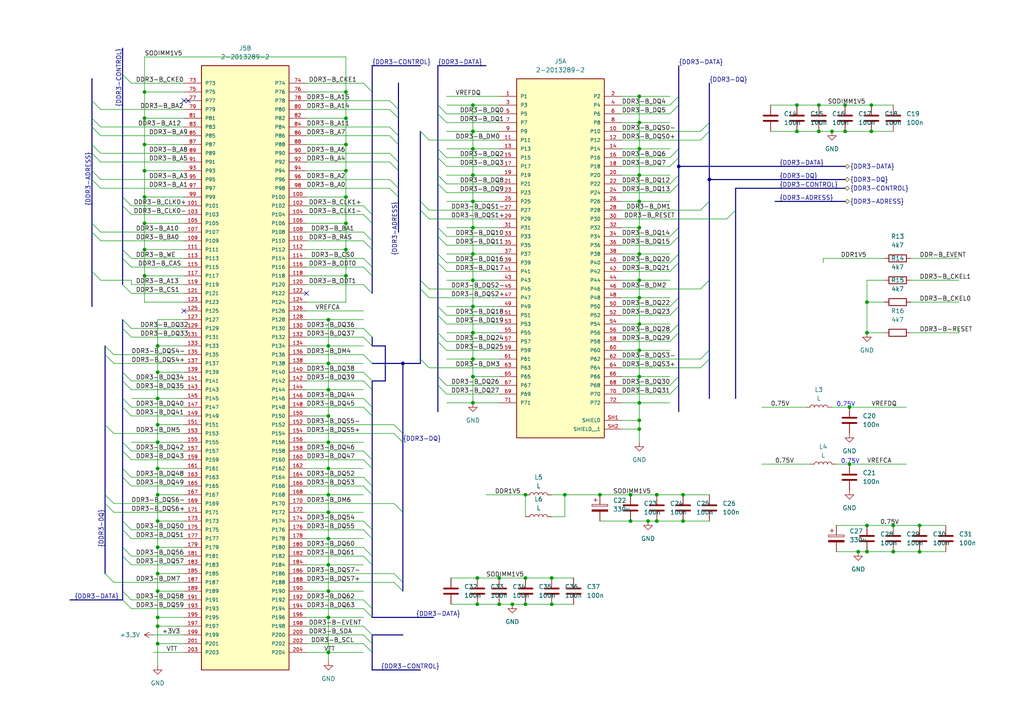
<source format=kicad_sch>
(kicad_sch (version 20231120) (generator "eeschema") (generator_version "8.0")
  (paper "A4")
  (bus_alias "DDR3-ADRESS" (members "DDR3-B_A[0..15]"))
  (bus_alias "DDR3-CONTROL" (members "DDR3-B_RAS" "DDR3-B_CAS" "DDR3-B_WE" "DDR3-B_RESET" "DDR3-B_SDA" "DDR3-B_SCL" "DDR3-B-EVENT" "DDR3-B_CS[0..1]" "DDR3-B_BA[0..2]" "DDR3-B_CKE[0..1]" "DDR3-B_ODT[0..1]" "DDR3-B_CLK0+" "DDR3-B_CLK0-" "DDR3-B_CLK1+" "DDR3-B_CLK1-"))
  (bus_alias "DDR3-DATA" (members "DDR3-B_DQ[0..63]"))
  (bus_alias "DDR3-DQ" (members "DDR3-B_DM[0..7]" "DDR3-B_DQS0+" "DDR3-B_DQS0-" "DDR3-B_DQS1+" "DDR3-B_DQS1-" "DDR3-B_DQS2+" "DDR3-B_DQS2-" "DDR3-B_DQS3+" "DDR3-B_DQS3-" "DDR3-B_DQS4+" "DDR3-B_DQS4-" "DDR3-B_DQS5+" "DDR3-B_DQS5-" "DDR3-B_DQS6+" "DDR3-B_DQS6-" "DDR3-B_DQS7+" "DDR3-B_DQS7-"))
  (junction (at 95.25 135.89))
  (junction (at 152.4 167.64))
  (junction (at 41.91 57.15))
  (junction (at 251.46 96.52))
  (junction (at 245.11 30.48))
  (junction (at 95.25 143.51))
  (junction (at 95.25 120.65))
  (junction (at 100.33 64.77))
  (junction (at 41.91 49.53))
  (junction (at 185.42 93.98))
  (junction (at 144.78 175.26))
  (junction (at 45.72 171.45))
  (junction (at 196.85 48.26))
  (junction (at 185.42 81.28))
  (junction (at 185.42 73.66))
  (junction (at 163.83 143.51))
  (junction (at 190.5 151.13))
  (junction (at 252.73 30.48))
  (junction (at 185.42 124.46))
  (junction (at 137.16 43.18))
  (junction (at 185.42 35.56))
  (junction (at 241.3 38.1))
  (junction (at 252.73 38.1))
  (junction (at 45.72 158.75))
  (junction (at 137.16 109.22))
  (junction (at 185.42 43.18))
  (junction (at 45.72 151.13))
  (junction (at 259.08 160.02))
  (junction (at 266.7 160.02))
  (junction (at 45.72 179.07))
  (junction (at 95.25 113.03))
  (junction (at 100.33 26.67))
  (junction (at 185.42 121.92))
  (junction (at 137.16 104.14))
  (junction (at 185.42 101.6))
  (junction (at 185.42 27.94))
  (junction (at 95.25 128.27))
  (junction (at 182.88 151.13))
  (junction (at 198.12 151.13))
  (junction (at 144.78 167.64))
  (junction (at 205.74 52.07))
  (junction (at 160.02 167.64))
  (junction (at 138.43 167.64))
  (junction (at 137.16 88.9))
  (junction (at 182.88 143.51))
  (junction (at 152.4 143.51))
  (junction (at 138.43 175.26))
  (junction (at 137.16 30.48))
  (junction (at 95.25 148.59))
  (junction (at 185.42 116.84))
  (junction (at 251.46 160.02))
  (junction (at 100.33 80.01))
  (junction (at 187.96 151.13))
  (junction (at 237.49 38.1))
  (junction (at 41.91 34.29))
  (junction (at 95.25 156.21))
  (junction (at 45.72 115.57))
  (junction (at 190.5 143.51))
  (junction (at 185.42 50.8))
  (junction (at 100.33 49.53))
  (junction (at 41.91 80.01))
  (junction (at 137.16 73.66))
  (junction (at 137.16 50.8))
  (junction (at 137.16 58.42))
  (junction (at 95.25 179.07))
  (junction (at 185.42 66.04))
  (junction (at 100.33 34.29))
  (junction (at 137.16 66.04))
  (junction (at 152.4 175.26))
  (junction (at 41.91 26.67))
  (junction (at 231.14 30.48))
  (junction (at 137.16 81.28))
  (junction (at 248.92 160.02))
  (junction (at 173.99 143.51))
  (junction (at 245.11 38.1))
  (junction (at 95.25 189.23))
  (junction (at 45.72 186.69))
  (junction (at 251.46 87.63))
  (junction (at 160.02 175.26))
  (junction (at 185.42 109.22))
  (junction (at 185.42 58.42))
  (junction (at 116.84 105.41))
  (junction (at 45.72 143.51))
  (junction (at 95.25 100.33))
  (junction (at 95.25 163.83))
  (junction (at 45.72 107.95))
  (junction (at 137.16 38.1))
  (junction (at 95.25 92.71))
  (junction (at 41.91 64.77))
  (junction (at 198.12 143.51))
  (junction (at 137.16 96.52))
  (junction (at 95.25 105.41))
  (junction (at 45.72 135.89))
  (junction (at 185.42 86.36))
  (junction (at 237.49 30.48))
  (junction (at 266.7 152.4))
  (junction (at 137.16 116.84))
  (junction (at 246.38 134.62))
  (junction (at 148.59 175.26))
  (junction (at 45.72 100.33))
  (junction (at 100.33 72.39))
  (junction (at 45.72 181.61))
  (junction (at 231.14 38.1))
  (junction (at 100.33 41.91))
  (junction (at 45.72 123.19))
  (junction (at 41.91 41.91))
  (junction (at 45.72 128.27))
  (junction (at 45.72 166.37))
  (junction (at 246.38 118.11))
  (junction (at 41.91 72.39))
  (junction (at 100.33 57.15))
  (junction (at 259.08 152.4))
  (junction (at 251.46 152.4))
  (junction (at 95.25 171.45))
  (no_connect (at 54.61 29.21))
  (no_connect (at 53.34 90.17))
  (no_connect (at 88.9 85.09))
  (no_connect (at 53.34 29.21))
  (bus_entry (at 127 50.8) (size 2.54 2.54))
  (bus_entry (at 127 66.04) (size 2.54 2.54))
  (bus_entry (at 121.92 58.42) (size 2.54 2.54))
  (bus_entry (at 105.41 186.69) (size 2.54 2.54))
  (bus_entry (at 30.48 123.19) (size 2.54 2.54))
  (bus_entry (at 35.56 130.81) (size 2.54 2.54))
  (bus_entry (at 105.41 62.23) (size 2.54 2.54))
  (bus_entry (at 105.41 97.79) (size 2.54 2.54))
  (bus_entry (at 205.74 35.56) (size -2.54 2.54))
  (bus_entry (at 105.41 74.93) (size 2.54 2.54))
  (bus_entry (at 105.41 133.35) (size 2.54 2.54))
  (bus_entry (at 196.85 45.72) (size -2.54 2.54))
  (bus_entry (at 26.67 41.91) (size 2.54 2.54))
  (bus_entry (at 196.85 76.2) (size -2.54 2.54))
  (bus_entry (at 105.41 184.15) (size 2.54 2.54))
  (bus_entry (at 196.85 96.52) (size -2.54 2.54))
  (bus_entry (at 127 53.34) (size 2.54 2.54))
  (bus_entry (at 35.56 161.29) (size 2.54 2.54))
  (bus_entry (at 196.85 30.48) (size -2.54 2.54))
  (bus_entry (at 114.3 125.73) (size 2.54 2.54))
  (bus_entry (at 196.85 43.18) (size -2.54 2.54))
  (bus_entry (at 35.56 153.67) (size 2.54 2.54))
  (bus_entry (at 113.03 31.75) (size 2.54 2.54))
  (bus_entry (at 105.41 173.99) (size 2.54 2.54))
  (bus_entry (at 105.41 138.43) (size 2.54 2.54))
  (bus_entry (at 196.85 66.04) (size -2.54 2.54))
  (bus_entry (at 105.41 67.31) (size 2.54 2.54))
  (bus_entry (at 30.48 102.87) (size 2.54 2.54))
  (bus_entry (at 127 73.66) (size 2.54 2.54))
  (bus_entry (at 127 43.18) (size 2.54 2.54))
  (bus_entry (at 205.74 104.14) (size -2.54 2.54))
  (bus_entry (at 205.74 101.6) (size -2.54 2.54))
  (bus_entry (at 196.85 50.8) (size -2.54 2.54))
  (bus_entry (at 105.41 110.49) (size 2.54 2.54))
  (bus_entry (at 35.56 158.75) (size 2.54 2.54))
  (bus_entry (at 127 68.58) (size 2.54 2.54))
  (bus_entry (at 26.67 67.31) (size 2.54 2.54))
  (bus_entry (at 196.85 68.58) (size -2.54 2.54))
  (bus_entry (at 35.56 151.13) (size 2.54 2.54))
  (bus_entry (at 26.67 78.74) (size 2.54 2.54))
  (bus_entry (at 105.41 181.61) (size 2.54 2.54))
  (bus_entry (at 35.56 74.93) (size 2.54 2.54))
  (bus_entry (at 127 91.44) (size 2.54 2.54))
  (bus_entry (at 105.41 151.13) (size 2.54 2.54))
  (bus_entry (at 35.56 173.99) (size 2.54 2.54))
  (bus_entry (at 121.92 38.1) (size 2.54 2.54))
  (bus_entry (at 121.92 60.96) (size 2.54 2.54))
  (bus_entry (at 113.03 44.45) (size 2.54 2.54))
  (bus_entry (at 105.41 118.11) (size 2.54 2.54))
  (bus_entry (at 113.03 29.21) (size 2.54 2.54))
  (bus_entry (at 35.56 135.89) (size 2.54 2.54))
  (bus_entry (at 213.36 60.96) (size -2.54 2.54))
  (bus_entry (at 105.41 77.47) (size 2.54 2.54))
  (bus_entry (at 35.56 107.95) (size 2.54 2.54))
  (bus_entry (at 105.41 140.97) (size 2.54 2.54))
  (bus_entry (at 26.67 44.45) (size 2.54 2.54))
  (bus_entry (at 30.48 146.05) (size 2.54 2.54))
  (bus_entry (at 114.3 166.37) (size 2.54 2.54))
  (bus_entry (at 113.03 52.07) (size 2.54 2.54))
  (bus_entry (at 105.41 153.67) (size 2.54 2.54))
  (bus_entry (at 196.85 73.66) (size -2.54 2.54))
  (bus_entry (at 105.41 24.13) (size 2.54 2.54))
  (bus_entry (at 105.41 161.29) (size 2.54 2.54))
  (bus_entry (at 105.41 130.81) (size 2.54 2.54))
  (bus_entry (at 35.56 128.27) (size 2.54 2.54))
  (bus_entry (at 127 111.76) (size 2.54 2.54))
  (bus_entry (at 30.48 100.33) (size 2.54 2.54))
  (bus_entry (at 35.56 171.45) (size 2.54 2.54))
  (bus_entry (at 105.41 59.69) (size 2.54 2.54))
  (bus_entry (at 121.92 83.82) (size 2.54 2.54))
  (bus_entry (at 26.67 36.83) (size 2.54 2.54))
  (bus_entry (at 127 30.48) (size 2.54 2.54))
  (bus_entry (at 35.56 138.43) (size 2.54 2.54))
  (bus_entry (at 113.03 39.37) (size 2.54 2.54))
  (bus_entry (at 105.41 82.55) (size 2.54 2.54))
  (bus_entry (at 114.3 146.05) (size 2.54 2.54))
  (bus_entry (at 26.67 49.53) (size 2.54 2.54))
  (bus_entry (at 196.85 93.98) (size -2.54 2.54))
  (bus_entry (at 113.03 36.83) (size 2.54 2.54))
  (bus_entry (at 205.74 81.28) (size -2.54 2.54))
  (bus_entry (at 105.41 176.53) (size 2.54 2.54))
  (bus_entry (at 127 109.22) (size 2.54 2.54))
  (bus_entry (at 196.85 88.9) (size -2.54 2.54))
  (bus_entry (at 196.85 86.36) (size -2.54 2.54))
  (bus_entry (at 113.03 54.61) (size 2.54 2.54))
  (bus_entry (at 127 76.2) (size 2.54 2.54))
  (bus_entry (at 105.41 69.85) (size 2.54 2.54))
  (bus_entry (at 205.74 38.1) (size -2.54 2.54))
  (bus_entry (at 121.92 81.28) (size 2.54 2.54))
  (bus_entry (at 127 96.52) (size 2.54 2.54))
  (bus_entry (at 105.41 115.57) (size 2.54 2.54))
  (bus_entry (at 26.67 64.77) (size 2.54 2.54))
  (bus_entry (at 196.85 111.76) (size -2.54 2.54))
  (bus_entry (at 35.56 82.55) (size 2.54 2.54))
  (bus_entry (at 26.67 29.21) (size 2.54 2.54))
  (bus_entry (at 105.41 95.25) (size 2.54 2.54))
  (bus_entry (at 30.48 166.37) (size 2.54 2.54))
  (bus_entry (at 196.85 27.94) (size -2.54 2.54))
  (bus_entry (at 35.56 21.59) (size 2.54 2.54))
  (bus_entry (at 105.41 107.95) (size 2.54 2.54))
  (bus_entry (at 35.56 59.69) (size 2.54 2.54))
  (bus_entry (at 127 88.9) (size 2.54 2.54))
  (bus_entry (at 121.92 104.14) (size 2.54 2.54))
  (bus_entry (at 113.03 46.99) (size 2.54 2.54))
  (bus_entry (at 26.67 52.07) (size 2.54 2.54))
  (bus_entry (at 35.56 110.49) (size 2.54 2.54))
  (bus_entry (at 127 99.06) (size 2.54 2.54))
  (bus_entry (at 35.56 115.57) (size 2.54 2.54))
  (bus_entry (at 127 45.72) (size 2.54 2.54))
  (bus_entry (at 114.3 123.19) (size 2.54 2.54))
  (bus_entry (at 30.48 143.51) (size 2.54 2.54))
  (bus_entry (at 105.41 158.75) (size 2.54 2.54))
  (bus_entry (at 35.56 95.25) (size 2.54 2.54))
  (bus_entry (at 35.56 118.11) (size 2.54 2.54))
  (bus_entry (at 205.74 58.42) (size -2.54 2.54))
  (bus_entry (at 35.56 72.39) (size 2.54 2.54))
  (bus_entry (at 196.85 109.22) (size -2.54 2.54))
  (bus_entry (at 35.56 57.15) (size 2.54 2.54))
  (bus_entry (at 35.56 92.71) (size 2.54 2.54))
  (bus_entry (at 127 33.02) (size 2.54 2.54))
  (bus_entry (at 114.3 168.91) (size 2.54 2.54))
  (bus_entry (at 196.85 53.34) (size -2.54 2.54))
  (bus_entry (at 26.67 34.29) (size 2.54 2.54))
  (bus_entry (at 105.41 102.87) (size 2.54 2.54))
  (bus (pts (xy 127 33.02) (xy 127 43.18)))
  (bus (pts (xy 107.95 161.29) (xy 107.95 163.83)))
  (wire (pts (xy 137.16 50.8) (xy 144.78 50.8)))
  (wire (pts (xy 38.1 133.35) (xy 53.34 133.35)))
  (wire (pts (xy 137.16 104.14) (xy 137.16 109.22)))
  (wire (pts (xy 152.4 175.26) (xy 160.02 175.26)))
  (bus (pts (xy 121.92 104.14) (xy 121.92 83.82)))
  (bus (pts (xy 26.67 52.07) (xy 26.67 64.77)))
  (wire (pts (xy 45.72 181.61) (xy 53.34 181.61)))
  (wire (pts (xy 137.16 81.28) (xy 137.16 88.9)))
  (wire (pts (xy 88.9 87.63) (xy 100.33 87.63)))
  (wire (pts (xy 45.72 151.13) (xy 45.72 158.75)))
  (wire (pts (xy 137.16 88.9) (xy 137.16 96.52)))
  (wire (pts (xy 95.25 113.03) (xy 95.25 120.65)))
  (bus (pts (xy 196.85 88.9) (xy 196.85 93.98)))
  (wire (pts (xy 129.54 50.8) (xy 137.16 50.8)))
  (wire (pts (xy 88.9 95.25) (xy 105.41 95.25)))
  (wire (pts (xy 95.25 92.71) (xy 105.41 92.71)))
  (wire (pts (xy 160.02 143.51) (xy 163.83 143.51)))
  (bus (pts (xy 196.85 68.58) (xy 196.85 66.04)))
  (wire (pts (xy 264.16 81.28) (xy 278.13 81.28)))
  (wire (pts (xy 95.25 179.07) (xy 105.41 179.07)))
  (wire (pts (xy 248.92 160.02) (xy 251.46 160.02)))
  (bus (pts (xy 121.92 38.1) (xy 121.92 58.42)))
  (wire (pts (xy 38.1 156.21) (xy 53.34 156.21)))
  (wire (pts (xy 129.54 76.2) (xy 144.78 76.2)))
  (wire (pts (xy 264.16 74.93) (xy 278.13 74.93)))
  (wire (pts (xy 237.49 38.1) (xy 241.3 38.1)))
  (wire (pts (xy 38.1 95.25) (xy 53.34 95.25)))
  (wire (pts (xy 144.78 167.64) (xy 152.4 167.64)))
  (wire (pts (xy 137.16 66.04) (xy 144.78 66.04)))
  (wire (pts (xy 88.9 186.69) (xy 105.41 186.69)))
  (wire (pts (xy 246.38 134.62) (xy 262.89 134.62)))
  (wire (pts (xy 45.72 92.71) (xy 45.72 100.33)))
  (wire (pts (xy 29.21 67.31) (xy 53.34 67.31)))
  (wire (pts (xy 29.21 39.37) (xy 53.34 39.37)))
  (wire (pts (xy 241.3 118.11) (xy 246.38 118.11)))
  (wire (pts (xy 95.25 156.21) (xy 95.25 163.83)))
  (wire (pts (xy 223.52 38.1) (xy 231.14 38.1)))
  (wire (pts (xy 182.88 143.51) (xy 190.5 143.51)))
  (wire (pts (xy 129.54 88.9) (xy 137.16 88.9)))
  (wire (pts (xy 95.25 143.51) (xy 95.25 148.59)))
  (bus (pts (xy 35.56 95.25) (xy 35.56 107.95)))
  (wire (pts (xy 252.73 30.48) (xy 259.08 30.48)))
  (wire (pts (xy 88.9 62.23) (xy 105.41 62.23)))
  (bus (pts (xy 107.95 186.69) (xy 107.95 189.23)))
  (bus (pts (xy 26.67 22.86) (xy 26.67 29.21)))
  (wire (pts (xy 88.9 133.35) (xy 105.41 133.35)))
  (wire (pts (xy 88.9 138.43) (xy 105.41 138.43)))
  (bus (pts (xy 127 99.06) (xy 127 109.22)))
  (wire (pts (xy 88.9 72.39) (xy 100.33 72.39)))
  (bus (pts (xy 127 45.72) (xy 127 50.8)))
  (wire (pts (xy 88.9 82.55) (xy 105.41 82.55)))
  (wire (pts (xy 185.42 101.6) (xy 180.34 101.6)))
  (wire (pts (xy 45.72 158.75) (xy 45.72 166.37)))
  (wire (pts (xy 45.72 186.69) (xy 45.72 193.04)))
  (wire (pts (xy 41.91 41.91) (xy 41.91 49.53)))
  (wire (pts (xy 95.25 163.83) (xy 95.25 171.45)))
  (bus (pts (xy 127 91.44) (xy 127 88.9)))
  (bus (pts (xy 127 111.76) (xy 127 119.38)))
  (wire (pts (xy 38.1 97.79) (xy 53.34 97.79)))
  (wire (pts (xy 129.54 114.3) (xy 144.78 114.3)))
  (bus (pts (xy 35.56 21.59) (xy 35.56 13.97)))
  (wire (pts (xy 185.42 81.28) (xy 180.34 81.28)))
  (wire (pts (xy 88.9 107.95) (xy 105.41 107.95)))
  (wire (pts (xy 129.54 53.34) (xy 144.78 53.34)))
  (wire (pts (xy 194.31 96.52) (xy 180.34 96.52)))
  (wire (pts (xy 203.2 60.96) (xy 180.34 60.96)))
  (wire (pts (xy 194.31 27.94) (xy 185.42 27.94)))
  (bus (pts (xy 115.57 34.29) (xy 115.57 39.37)))
  (wire (pts (xy 185.42 81.28) (xy 185.42 86.36)))
  (wire (pts (xy 95.25 128.27) (xy 95.25 135.89)))
  (wire (pts (xy 41.91 49.53) (xy 53.34 49.53)))
  (wire (pts (xy 88.9 168.91) (xy 114.3 168.91)))
  (wire (pts (xy 41.91 34.29) (xy 53.34 34.29)))
  (wire (pts (xy 246.38 118.11) (xy 262.89 118.11)))
  (wire (pts (xy 33.02 148.59) (xy 53.34 148.59)))
  (wire (pts (xy 45.72 100.33) (xy 45.72 107.95)))
  (wire (pts (xy 38.1 118.11) (xy 53.34 118.11)))
  (wire (pts (xy 241.3 38.1) (xy 245.11 38.1)))
  (wire (pts (xy 41.91 64.77) (xy 41.91 72.39)))
  (wire (pts (xy 259.08 152.4) (xy 266.7 152.4)))
  (wire (pts (xy 152.4 167.64) (xy 160.02 167.64)))
  (wire (pts (xy 88.9 118.11) (xy 105.41 118.11)))
  (wire (pts (xy 95.25 120.65) (xy 95.25 128.27)))
  (wire (pts (xy 88.9 153.67) (xy 105.41 153.67)))
  (wire (pts (xy 38.1 74.93) (xy 53.34 74.93)))
  (bus (pts (xy 121.92 81.28) (xy 121.92 60.96)))
  (wire (pts (xy 41.91 34.29) (xy 41.91 41.91)))
  (wire (pts (xy 124.46 106.68) (xy 144.78 106.68)))
  (wire (pts (xy 41.91 26.67) (xy 53.34 26.67)))
  (wire (pts (xy 100.33 41.91) (xy 100.33 49.53)))
  (bus (pts (xy 107.95 110.49) (xy 107.95 113.03)))
  (bus (pts (xy 35.56 74.93) (xy 35.56 72.39)))
  (wire (pts (xy 88.9 74.93) (xy 105.41 74.93)))
  (wire (pts (xy 129.54 93.98) (xy 144.78 93.98)))
  (wire (pts (xy 88.9 125.73) (xy 114.3 125.73)))
  (wire (pts (xy 45.72 143.51) (xy 45.72 151.13)))
  (wire (pts (xy 88.9 80.01) (xy 100.33 80.01)))
  (bus (pts (xy 35.56 130.81) (xy 35.56 135.89)))
  (wire (pts (xy 251.46 81.28) (xy 251.46 87.63)))
  (bus (pts (xy 196.85 68.58) (xy 196.85 73.66)))
  (wire (pts (xy 88.9 69.85) (xy 105.41 69.85)))
  (wire (pts (xy 185.42 121.92) (xy 185.42 116.84)))
  (bus (pts (xy 196.85 96.52) (xy 196.85 93.98)))
  (bus (pts (xy 116.84 148.59) (xy 116.84 168.91)))
  (wire (pts (xy 194.31 111.76) (xy 180.34 111.76)))
  (wire (pts (xy 33.02 102.87) (xy 53.34 102.87)))
  (bus (pts (xy 127 76.2) (xy 127 73.66)))
  (wire (pts (xy 137.16 30.48) (xy 144.78 30.48)))
  (wire (pts (xy 38.1 153.67) (xy 53.34 153.67)))
  (wire (pts (xy 185.42 35.56) (xy 180.34 35.56)))
  (wire (pts (xy 124.46 60.96) (xy 144.78 60.96)))
  (wire (pts (xy 38.1 120.65) (xy 53.34 120.65)))
  (bus (pts (xy 107.95 69.85) (xy 107.95 72.39)))
  (bus (pts (xy 107.95 184.15) (xy 107.95 186.69)))
  (wire (pts (xy 100.33 64.77) (xy 100.33 72.39)))
  (bus (pts (xy 196.85 53.34) (xy 196.85 50.8)))
  (wire (pts (xy 137.16 96.52) (xy 137.16 104.14)))
  (bus (pts (xy 26.67 67.31) (xy 26.67 78.74)))
  (wire (pts (xy 88.9 49.53) (xy 100.33 49.53)))
  (wire (pts (xy 95.25 105.41) (xy 105.41 105.41)))
  (wire (pts (xy 45.72 171.45) (xy 45.72 179.07)))
  (wire (pts (xy 137.16 109.22) (xy 144.78 109.22)))
  (wire (pts (xy 264.16 96.52) (xy 278.13 96.52)))
  (wire (pts (xy 194.31 71.12) (xy 180.34 71.12)))
  (wire (pts (xy 45.72 179.07) (xy 53.34 179.07)))
  (bus (pts (xy 26.67 41.91) (xy 26.67 44.45)))
  (wire (pts (xy 88.9 24.13) (xy 105.41 24.13)))
  (bus (pts (xy 26.67 29.21) (xy 26.67 34.29)))
  (bus (pts (xy 127 111.76) (xy 127 109.22)))
  (wire (pts (xy 88.9 181.61) (xy 105.41 181.61)))
  (bus (pts (xy 127 53.34) (xy 127 50.8)))
  (wire (pts (xy 38.1 62.23) (xy 53.34 62.23)))
  (wire (pts (xy 29.21 81.28) (xy 38.1 81.28)))
  (wire (pts (xy 88.9 29.21) (xy 113.03 29.21)))
  (wire (pts (xy 38.1 85.09) (xy 53.34 85.09)))
  (wire (pts (xy 38.1 128.27) (xy 45.72 128.27)))
  (bus (pts (xy 35.56 161.29) (xy 35.56 171.45)))
  (wire (pts (xy 251.46 87.63) (xy 251.46 96.52)))
  (wire (pts (xy 185.42 128.27) (xy 185.42 124.46)))
  (bus (pts (xy 115.57 54.61) (xy 115.57 57.15)))
  (bus (pts (xy 107.95 80.01) (xy 107.95 85.09)))
  (bus (pts (xy 196.85 48.26) (xy 245.11 48.26)))
  (wire (pts (xy 198.12 151.13) (xy 205.74 151.13)))
  (wire (pts (xy 194.31 86.36) (xy 185.42 86.36)))
  (wire (pts (xy 88.9 143.51) (xy 95.25 143.51)))
  (wire (pts (xy 194.31 48.26) (xy 180.34 48.26)))
  (bus (pts (xy 205.74 38.1) (xy 205.74 52.07)))
  (wire (pts (xy 33.02 168.91) (xy 53.34 168.91)))
  (wire (pts (xy 45.72 115.57) (xy 45.72 123.19)))
  (bus (pts (xy 213.36 54.61) (xy 245.11 54.61)))
  (wire (pts (xy 185.42 66.04) (xy 185.42 73.66)))
  (wire (pts (xy 129.54 35.56) (xy 144.78 35.56)))
  (bus (pts (xy 35.56 74.93) (xy 35.56 82.55)))
  (wire (pts (xy 194.31 91.44) (xy 180.34 91.44)))
  (wire (pts (xy 203.2 83.82) (xy 180.34 83.82)))
  (bus (pts (xy 196.85 48.26) (xy 196.85 50.8)))
  (bus (pts (xy 127 19.05) (xy 127 30.48)))
  (bus (pts (xy 35.56 118.11) (xy 35.56 115.57)))
  (wire (pts (xy 185.42 101.6) (xy 185.42 109.22)))
  (wire (pts (xy 129.54 30.48) (xy 137.16 30.48)))
  (wire (pts (xy 88.9 110.49) (xy 105.41 110.49)))
  (bus (pts (xy 205.74 104.14) (xy 205.74 115.57)))
  (wire (pts (xy 88.9 102.87) (xy 105.41 102.87)))
  (wire (pts (xy 129.54 45.72) (xy 144.78 45.72)))
  (wire (pts (xy 129.54 33.02) (xy 144.78 33.02)))
  (bus (pts (xy 30.48 143.51) (xy 30.48 123.19)))
  (wire (pts (xy 88.9 158.75) (xy 105.41 158.75)))
  (wire (pts (xy 251.46 96.52) (xy 256.54 96.52)))
  (bus (pts (xy 107.95 120.65) (xy 107.95 133.35)))
  (wire (pts (xy 53.34 151.13) (xy 45.72 151.13)))
  (wire (pts (xy 45.72 166.37) (xy 45.72 171.45)))
  (bus (pts (xy 196.85 111.76) (xy 196.85 109.22)))
  (wire (pts (xy 185.42 124.46) (xy 185.42 121.92)))
  (bus (pts (xy 107.95 189.23) (xy 107.95 194.31)))
  (wire (pts (xy 137.16 73.66) (xy 144.78 73.66)))
  (wire (pts (xy 220.98 118.11) (xy 233.68 118.11)))
  (wire (pts (xy 194.31 43.18) (xy 185.42 43.18)))
  (wire (pts (xy 137.16 96.52) (xy 144.78 96.52)))
  (bus (pts (xy 107.95 110.49) (xy 111.76 110.49)))
  (wire (pts (xy 194.31 53.34) (xy 180.34 53.34)))
  (wire (pts (xy 129.54 55.88) (xy 144.78 55.88)))
  (wire (pts (xy 152.4 143.51) (xy 152.4 149.86)))
  (bus (pts (xy 30.48 166.37) (xy 30.48 146.05)))
  (wire (pts (xy 88.9 44.45) (xy 113.03 44.45)))
  (wire (pts (xy 88.9 26.67) (xy 100.33 26.67)))
  (bus (pts (xy 30.48 102.87) (xy 30.48 100.33)))
  (wire (pts (xy 100.33 80.01) (xy 100.33 87.63)))
  (wire (pts (xy 95.25 100.33) (xy 95.25 105.41)))
  (wire (pts (xy 129.54 68.58) (xy 144.78 68.58)))
  (wire (pts (xy 88.9 64.77) (xy 100.33 64.77)))
  (wire (pts (xy 137.16 38.1) (xy 137.16 43.18)))
  (wire (pts (xy 95.25 156.21) (xy 105.41 156.21)))
  (bus (pts (xy 107.95 153.67) (xy 107.95 156.21)))
  (wire (pts (xy 88.9 151.13) (xy 105.41 151.13)))
  (wire (pts (xy 137.16 58.42) (xy 144.78 58.42)))
  (wire (pts (xy 29.21 69.85) (xy 53.34 69.85)))
  (bus (pts (xy 30.48 146.05) (xy 30.48 143.51)))
  (bus (pts (xy 205.74 24.13) (xy 205.74 35.56)))
  (wire (pts (xy 95.25 179.07) (xy 95.25 189.23)))
  (wire (pts (xy 88.9 46.99) (xy 113.03 46.99)))
  (wire (pts (xy 129.54 27.94) (xy 144.78 27.94)))
  (bus (pts (xy 107.95 77.47) (xy 107.95 80.01)))
  (wire (pts (xy 266.7 152.4) (xy 274.32 152.4)))
  (wire (pts (xy 194.31 73.66) (xy 185.42 73.66)))
  (wire (pts (xy 41.91 41.91) (xy 53.34 41.91)))
  (wire (pts (xy 129.54 104.14) (xy 137.16 104.14)))
  (wire (pts (xy 203.2 104.14) (xy 180.34 104.14)))
  (wire (pts (xy 129.54 66.04) (xy 137.16 66.04)))
  (wire (pts (xy 194.31 68.58) (xy 180.34 68.58)))
  (wire (pts (xy 95.25 148.59) (xy 105.41 148.59)))
  (wire (pts (xy 137.16 30.48) (xy 137.16 38.1)))
  (bus (pts (xy 116.84 128.27) (xy 116.84 148.59)))
  (bus (pts (xy 121.92 19.05) (xy 107.95 19.05)))
  (wire (pts (xy 237.49 30.48) (xy 245.11 30.48)))
  (bus (pts (xy 196.85 76.2) (xy 196.85 86.36)))
  (wire (pts (xy 88.9 130.81) (xy 105.41 130.81)))
  (wire (pts (xy 185.42 50.8) (xy 194.31 50.8)))
  (wire (pts (xy 88.9 171.45) (xy 95.25 171.45)))
  (bus (pts (xy 20.32 173.99) (xy 35.56 173.99)))
  (wire (pts (xy 194.31 93.98) (xy 185.42 93.98)))
  (wire (pts (xy 185.42 35.56) (xy 185.42 43.18)))
  (bus (pts (xy 121.92 58.42) (xy 121.92 60.96)))
  (bus (pts (xy 107.95 97.79) (xy 107.95 100.33)))
  (bus (pts (xy 107.95 140.97) (xy 107.95 143.51)))
  (wire (pts (xy 173.99 143.51) (xy 182.88 143.51)))
  (wire (pts (xy 88.9 92.71) (xy 95.25 92.71)))
  (wire (pts (xy 88.9 120.65) (xy 95.25 120.65)))
  (bus (pts (xy 107.95 156.21) (xy 107.95 161.29)))
  (wire (pts (xy 130.81 167.64) (xy 138.43 167.64)))
  (wire (pts (xy 38.1 176.53) (xy 53.34 176.53)))
  (wire (pts (xy 45.72 123.19) (xy 53.34 123.19)))
  (bus (pts (xy 26.67 64.77) (xy 26.67 67.31)))
  (wire (pts (xy 38.1 110.49) (xy 53.34 110.49)))
  (wire (pts (xy 38.1 77.47) (xy 53.34 77.47)))
  (wire (pts (xy 33.02 125.73) (xy 53.34 125.73)))
  (wire (pts (xy 45.72 123.19) (xy 45.72 128.27)))
  (wire (pts (xy 163.83 149.86) (xy 163.83 143.51)))
  (bus (pts (xy 35.56 95.25) (xy 35.56 92.71)))
  (wire (pts (xy 185.42 73.66) (xy 185.42 81.28)))
  (wire (pts (xy 129.54 48.26) (xy 144.78 48.26)))
  (wire (pts (xy 41.91 64.77) (xy 53.34 64.77)))
  (bus (pts (xy 196.85 88.9) (xy 196.85 86.36)))
  (wire (pts (xy 185.42 58.42) (xy 185.42 50.8)))
  (wire (pts (xy 194.31 99.06) (xy 180.34 99.06)))
  (wire (pts (xy 129.54 99.06) (xy 144.78 99.06)))
  (wire (pts (xy 194.31 55.88) (xy 180.34 55.88)))
  (wire (pts (xy 45.72 171.45) (xy 53.34 171.45)))
  (wire (pts (xy 124.46 83.82) (xy 144.78 83.82)))
  (wire (pts (xy 38.1 140.97) (xy 53.34 140.97)))
  (bus (pts (xy 35.56 173.99) (xy 35.56 171.45)))
  (bus (pts (xy 127 33.02) (xy 127 30.48)))
  (wire (pts (xy 194.31 35.56) (xy 185.42 35.56)))
  (wire (pts (xy 251.46 81.28) (xy 256.54 81.28)))
  (wire (pts (xy 95.25 171.45) (xy 105.41 171.45)))
  (bus (pts (xy 196.85 111.76) (xy 196.85 119.38)))
  (wire (pts (xy 242.57 152.4) (xy 251.46 152.4)))
  (wire (pts (xy 198.12 143.51) (xy 205.74 143.51)))
  (wire (pts (xy 41.91 57.15) (xy 53.34 57.15)))
  (bus (pts (xy 205.74 52.07) (xy 245.11 52.07)))
  (wire (pts (xy 38.1 24.13) (xy 53.34 24.13)))
  (wire (pts (xy 53.34 82.55) (xy 38.1 82.55)))
  (wire (pts (xy 88.9 34.29) (xy 100.33 34.29)))
  (wire (pts (xy 140.97 143.51) (xy 152.4 143.51)))
  (wire (pts (xy 88.9 115.57) (xy 105.41 115.57)))
  (wire (pts (xy 137.16 58.42) (xy 137.16 66.04)))
  (wire (pts (xy 185.42 109.22) (xy 180.34 109.22)))
  (wire (pts (xy 187.96 151.13) (xy 190.5 151.13)))
  (bus (pts (xy 35.56 138.43) (xy 35.56 135.89)))
  (wire (pts (xy 194.31 58.42) (xy 185.42 58.42)))
  (wire (pts (xy 137.16 116.84) (xy 144.78 116.84)))
  (wire (pts (xy 88.9 128.27) (xy 95.25 128.27)))
  (bus (pts (xy 107.95 118.11) (xy 107.95 120.65)))
  (wire (pts (xy 194.31 88.9) (xy 180.34 88.9)))
  (wire (pts (xy 266.7 160.02) (xy 274.32 160.02)))
  (wire (pts (xy 88.9 179.07) (xy 95.25 179.07)))
  (wire (pts (xy 180.34 124.46) (xy 185.42 124.46)))
  (wire (pts (xy 185.42 58.42) (xy 185.42 66.04)))
  (bus (pts (xy 224.79 58.42) (xy 245.11 58.42)))
  (bus (pts (xy 127 53.34) (xy 127 66.04)))
  (bus (pts (xy 196.85 96.52) (xy 196.85 109.22)))
  (wire (pts (xy 88.9 67.31) (xy 105.41 67.31)))
  (bus (pts (xy 107.95 19.05) (xy 107.95 26.67)))
  (bus (pts (xy 116.84 125.73) (xy 116.84 128.27)))
  (wire (pts (xy 41.91 72.39) (xy 53.34 72.39)))
  (wire (pts (xy 203.2 38.1) (xy 180.34 38.1)))
  (wire (pts (xy 137.16 43.18) (xy 137.16 50.8)))
  (wire (pts (xy 88.9 100.33) (xy 95.25 100.33)))
  (wire (pts (xy 95.25 105.41) (xy 95.25 113.03)))
  (wire (pts (xy 245.11 30.48) (xy 252.73 30.48)))
  (wire (pts (xy 252.73 38.1) (xy 259.08 38.1)))
  (wire (pts (xy 38.1 115.57) (xy 45.72 115.57)))
  (wire (pts (xy 29.21 31.75) (xy 53.34 31.75)))
  (wire (pts (xy 29.21 54.61) (xy 53.34 54.61)))
  (wire (pts (xy 137.16 104.14) (xy 144.78 104.14)))
  (bus (pts (xy 116.84 105.41) (xy 121.92 105.41)))
  (wire (pts (xy 29.21 52.07) (xy 53.34 52.07)))
  (wire (pts (xy 95.25 92.71) (xy 95.25 100.33)))
  (wire (pts (xy 41.91 80.01) (xy 41.91 87.63)))
  (wire (pts (xy 38.1 130.81) (xy 53.34 130.81)))
  (wire (pts (xy 264.16 87.63) (xy 278.13 87.63)))
  (bus (pts (xy 116.84 168.91) (xy 116.84 171.45)))
  (wire (pts (xy 29.21 44.45) (xy 53.34 44.45)))
  (wire (pts (xy 190.5 143.51) (xy 198.12 143.51)))
  (wire (pts (xy 194.31 76.2) (xy 180.34 76.2)))
  (wire (pts (xy 185.42 116.84) (xy 180.34 116.84)))
  (bus (pts (xy 127 99.06) (xy 127 96.52)))
  (wire (pts (xy 45.72 181.61) (xy 45.72 186.69)))
  (wire (pts (xy 194.31 114.3) (xy 180.34 114.3)))
  (bus (pts (xy 107.95 64.77) (xy 107.95 69.85)))
  (wire (pts (xy 137.16 81.28) (xy 144.78 81.28)))
  (wire (pts (xy 88.9 39.37) (xy 113.03 39.37)))
  (wire (pts (xy 88.9 123.19) (xy 114.3 123.19)))
  (bus (pts (xy 107.95 143.51) (xy 107.95 153.67)))
  (bus (pts (xy 35.56 153.67) (xy 35.56 158.75)))
  (bus (pts (xy 196.85 30.48) (xy 196.85 43.18)))
  (bus (pts (xy 115.57 41.91) (xy 115.57 46.99)))
  (bus (pts (xy 127 19.05) (xy 140.97 19.05)))
  (wire (pts (xy 88.9 148.59) (xy 95.25 148.59)))
  (wire (pts (xy 129.54 96.52) (xy 137.16 96.52)))
  (wire (pts (xy 138.43 175.26) (xy 144.78 175.26)))
  (wire (pts (xy 95.25 163.83) (xy 105.41 163.83)))
  (bus (pts (xy 35.56 161.29) (xy 35.56 158.75)))
  (bus (pts (xy 35.56 59.69) (xy 35.56 72.39)))
  (bus (pts (xy 35.56 21.59) (xy 35.56 57.15)))
  (wire (pts (xy 220.98 134.62) (xy 234.95 134.62)))
  (bus (pts (xy 107.95 72.39) (xy 107.95 77.47)))
  (wire (pts (xy 129.54 38.1) (xy 137.16 38.1)))
  (bus (pts (xy 107.95 163.83) (xy 107.95 176.53)))
  (wire (pts (xy 129.54 111.76) (xy 144.78 111.76)))
  (wire (pts (xy 29.21 46.99) (xy 53.34 46.99)))
  (wire (pts (xy 41.91 72.39) (xy 41.91 80.01)))
  (bus (pts (xy 127 91.44) (xy 127 96.52)))
  (wire (pts (xy 88.9 163.83) (xy 95.25 163.83)))
  (wire (pts (xy 137.16 50.8) (xy 137.16 58.42)))
  (wire (pts (xy 137.16 43.18) (xy 144.78 43.18)))
  (wire (pts (xy 194.31 81.28) (xy 185.42 81.28)))
  (bus (pts (xy 127 68.58) (xy 127 73.66)))
  (wire (pts (xy 41.91 49.53) (xy 41.91 57.15)))
  (wire (pts (xy 88.9 146.05) (xy 114.3 146.05)))
  (wire (pts (xy 88.9 105.41) (xy 95.25 105.41)))
  (wire (pts (xy 194.31 30.48) (xy 180.34 30.48)))
  (bus (pts (xy 205.74 52.07) (xy 205.74 58.42)))
  (wire (pts (xy 45.72 115.57) (xy 53.34 115.57)))
  (bus (pts (xy 30.48 123.19) (xy 30.48 102.87)))
  (wire (pts (xy 185.42 27.94) (xy 180.34 27.94)))
  (bus (pts (xy 107.95 133.35) (xy 107.95 135.89)))
  (wire (pts (xy 88.9 97.79) (xy 105.41 97.79)))
  (wire (pts (xy 95.25 128.27) (xy 105.41 128.27)))
  (wire (pts (xy 100.33 26.67) (xy 100.33 34.29)))
  (wire (pts (xy 278.13 95.25) (xy 278.13 96.52)))
  (wire (pts (xy 194.31 78.74) (xy 180.34 78.74)))
  (bus (pts (xy 26.67 78.74) (xy 26.67 88.9)))
  (wire (pts (xy 163.83 143.51) (xy 173.99 143.51)))
  (wire (pts (xy 45.72 158.75) (xy 53.34 158.75)))
  (wire (pts (xy 137.16 73.66) (xy 137.16 81.28)))
  (wire (pts (xy 185.42 43.18) (xy 180.34 43.18)))
  (wire (pts (xy 100.33 16.51) (xy 100.33 26.67)))
  (wire (pts (xy 88.9 156.21) (xy 95.25 156.21)))
  (wire (pts (xy 45.72 135.89) (xy 45.72 143.51)))
  (wire (pts (xy 88.9 161.29) (xy 105.41 161.29)))
  (wire (pts (xy 138.43 167.64) (xy 144.78 167.64)))
  (wire (pts (xy 88.9 36.83) (xy 113.03 36.83)))
  (wire (pts (xy 88.9 113.03) (xy 95.25 113.03)))
  (wire (pts (xy 95.25 135.89) (xy 95.25 143.51)))
  (wire (pts (xy 95.25 148.59) (xy 95.25 156.21)))
  (bus (pts (xy 121.92 105.41) (xy 121.92 104.14)))
  (wire (pts (xy 231.14 30.48) (xy 237.49 30.48)))
  (wire (pts (xy 88.9 90.17) (xy 105.41 90.17)))
  (bus (pts (xy 107.95 105.41) (xy 116.84 105.41)))
  (wire (pts (xy 45.72 166.37) (xy 53.34 166.37)))
  (wire (pts (xy 44.45 184.15) (xy 53.34 184.15)))
  (wire (pts (xy 129.54 91.44) (xy 144.78 91.44)))
  (wire (pts (xy 45.72 128.27) (xy 45.72 135.89)))
  (wire (pts (xy 238.76 74.93) (xy 238.76 76.2)))
  (bus (pts (xy 26.67 36.83) (xy 26.67 41.91)))
  (bus (pts (xy 35.56 138.43) (xy 35.56 151.13)))
  (wire (pts (xy 185.42 43.18) (xy 185.42 50.8)))
  (wire (pts (xy 130.81 175.26) (xy 138.43 175.26)))
  (wire (pts (xy 185.42 86.36) (xy 185.42 93.98)))
  (wire (pts (xy 137.16 88.9) (xy 144.78 88.9)))
  (wire (pts (xy 100.33 57.15) (xy 100.33 64.77)))
  (wire (pts (xy 38.1 59.69) (xy 53.34 59.69)))
  (bus (pts (xy 115.57 24.13) (xy 115.57 31.75)))
  (wire (pts (xy 95.25 143.51) (xy 105.41 143.51)))
  (wire (pts (xy 242.57 160.02) (xy 248.92 160.02)))
  (wire (pts (xy 210.82 63.5) (xy 180.34 63.5)))
  (wire (pts (xy 182.88 151.13) (xy 187.96 151.13)))
  (wire (pts (xy 38.1 82.55) (xy 38.1 81.28)))
  (wire (pts (xy 251.46 87.63) (xy 256.54 87.63)))
  (wire (pts (xy 88.9 184.15) (xy 105.41 184.15)))
  (wire (pts (xy 129.54 71.12) (xy 144.78 71.12)))
  (bus (pts (xy 107.95 176.53) (xy 107.95 179.07)))
  (wire (pts (xy 185.42 27.94) (xy 185.42 35.56)))
  (wire (pts (xy 259.08 160.02) (xy 266.7 160.02)))
  (wire (pts (xy 45.72 107.95) (xy 45.72 115.57)))
  (wire (pts (xy 160.02 149.86) (xy 163.83 149.86)))
  (wire (pts (xy 95.25 135.89) (xy 105.41 135.89)))
  (wire (pts (xy 185.42 73.66) (xy 180.34 73.66)))
  (wire (pts (xy 137.16 109.22) (xy 137.16 116.84)))
  (wire (pts (xy 88.9 176.53) (xy 105.41 176.53)))
  (wire (pts (xy 194.31 45.72) (xy 180.34 45.72)))
  (bus (pts (xy 35.56 110.49) (xy 35.56 107.95)))
  (bus (pts (xy 107.95 179.07) (xy 125.73 179.07)))
  (wire (pts (xy 45.72 179.07) (xy 45.72 181.61)))
  (wire (pts (xy 160.02 175.26) (xy 166.37 175.26)))
  (wire (pts (xy 88.9 135.89) (xy 95.25 135.89)))
  (wire (pts (xy 41.91 16.51) (xy 100.33 16.51)))
  (wire (pts (xy 88.9 57.15) (xy 100.33 57.15)))
  (wire (pts (xy 41.91 80.01) (xy 53.34 80.01)))
  (wire (pts (xy 190.5 151.13) (xy 198.12 151.13)))
  (bus (pts (xy 107.95 194.31) (xy 121.92 194.31)))
  (bus (pts (xy 115.57 57.15) (xy 115.57 67.31)))
  (wire (pts (xy 45.72 100.33) (xy 53.34 100.33)))
  (bus (pts (xy 107.95 113.03) (xy 107.95 118.11)))
  (wire (pts (xy 88.9 166.37) (xy 114.3 166.37)))
  (wire (pts (xy 185.42 109.22) (xy 185.42 116.84)))
  (bus (pts (xy 127 76.2) (xy 127 88.9)))
  (wire (pts (xy 45.72 92.71) (xy 53.34 92.71)))
  (wire (pts (xy 95.25 113.03) (xy 105.41 113.03)))
  (bus (pts (xy 107.95 184.15) (xy 116.84 184.15)))
  (wire (pts (xy 180.34 121.92) (xy 185.42 121.92)))
  (bus (pts (xy 107.95 62.23) (xy 107.95 64.77)))
  (wire (pts (xy 124.46 40.64) (xy 144.78 40.64)))
  (wire (pts (xy 88.9 41.91) (xy 100.33 41.91)))
  (wire (pts (xy 203.2 106.68) (xy 180.34 106.68)))
  (wire (pts (xy 38.1 163.83) (xy 53.34 163.83)))
  (wire (pts (xy 38.1 173.99) (xy 53.34 173.99)))
  (wire (pts (xy 129.54 58.42) (xy 137.16 58.42)))
  (bus (pts (xy 196.85 19.05) (xy 196.85 27.94)))
  (wire (pts (xy 100.33 72.39) (xy 100.33 80.01)))
  (wire (pts (xy 41.91 26.67) (xy 41.91 34.29)))
  (wire (pts (xy 95.25 171.45) (xy 95.25 179.07)))
  (bus (pts (xy 35.56 130.81) (xy 35.56 128.27)))
  (wire (pts (xy 231.14 38.1) (xy 237.49 38.1)))
  (wire (pts (xy 194.31 109.22) (xy 185.42 109.22)))
  (bus (pts (xy 205.74 104.14) (xy 205.74 101.6)))
  (bus (pts (xy 205.74 35.56) (xy 205.74 38.1)))
  (bus (pts (xy 196.85 45.72) (xy 196.85 43.18)))
  (wire (pts (xy 185.42 66.04) (xy 180.34 66.04)))
  (wire (pts (xy 137.16 66.04) (xy 137.16 73.66)))
  (bus (pts (xy 205.74 58.42) (xy 205.74 81.28)))
  (bus (pts (xy 205.74 81.28) (xy 205.74 101.6)))
  (wire (pts (xy 45.72 135.89) (xy 53.34 135.89)))
  (wire (pts (xy 160.02 167.64) (xy 166.37 167.64)))
  (wire (pts (xy 88.9 31.75) (xy 113.03 31.75)))
  (bus (pts (xy 26.67 49.53) (xy 26.67 52.07)))
  (wire (pts (xy 38.1 113.03) (xy 53.34 113.03)))
  (bus (pts (xy 116.84 105.41) (xy 116.84 125.73)))
  (wire (pts (xy 194.31 116.84) (xy 185.42 116.84)))
  (bus (pts (xy 127 45.72) (xy 127 43.18)))
  (wire (pts (xy 41.91 87.63) (xy 53.34 87.63)))
  (bus (pts (xy 196.85 53.34) (xy 196.85 66.04)))
  (wire (pts (xy 88.9 189.23) (xy 95.25 189.23)))
  (bus (pts (xy 107.95 26.67) (xy 107.95 62.23)))
  (wire (pts (xy 137.16 38.1) (xy 144.78 38.1)))
  (bus (pts (xy 121.92 83.82) (xy 121.92 81.28)))
  (wire (pts (xy 95.25 191.77) (xy 95.25 189.23)))
  (wire (pts (xy 44.45 189.23) (xy 53.34 189.23)))
  (bus (pts (xy 35.56 118.11) (xy 35.56 128.27)))
  (wire (pts (xy 185.42 93.98) (xy 180.34 93.98)))
  (wire (pts (xy 185.42 50.8) (xy 180.34 50.8)))
  (bus (pts (xy 35.56 59.69) (xy 35.56 57.15)))
  (wire (pts (xy 173.99 151.13) (xy 182.88 151.13)))
  (wire (pts (xy 223.52 30.48) (xy 231.14 30.48)))
  (wire (pts (xy 88.9 140.97) (xy 105.41 140.97)))
  (wire (pts (xy 148.59 175.26) (xy 152.4 175.26)))
  (bus (pts (xy 111.76 100.33) (xy 107.95 100.33)))
  (wire (pts (xy 203.2 40.64) (xy 180.34 40.64)))
  (bus (pts (xy 26.67 44.45) (xy 26.67 49.53)))
  (bus (pts (xy 196.85 30.48) (xy 196.85 27.94)))
  (bus (pts (xy 115.57 39.37) (xy 115.57 41.91)))
  (wire (pts (xy 45.72 186.69) (xy 53.34 186.69)))
  (wire (pts (xy 88.9 52.07) (xy 113.03 52.07)))
  (wire (pts (xy 251.46 160.02) (xy 259.08 160.02)))
  (bus (pts (xy 196.85 76.2) (xy 196.85 73.66)))
  (bus (pts (xy 107.95 135.89) (xy 107.95 140.97)))
  (bus (pts (xy 115.57 46.99) (xy 115.57 49.53)))
  (wire (pts (xy 129.54 78.74) (xy 144.78 78.74)))
  (wire (pts (xy 45.72 128.27) (xy 53.34 128.27)))
  (wire (pts (xy 38.1 161.29) (xy 53.34 161.29)))
  (wire (pts (xy 38.1 138.43) (xy 53.34 138.43)))
  (wire (pts (xy 45.72 107.95) (xy 53.34 107.95)))
  (wire (pts (xy 129.54 101.6) (xy 144.78 101.6)))
  (wire (pts (xy 88.9 77.47) (xy 105.41 77.47)))
  (wire (pts (xy 194.31 101.6) (xy 185.42 101.6)))
  (wire (pts (xy 251.46 152.4) (xy 259.08 152.4)))
  (wire (pts (xy 29.21 36.83) (xy 53.34 36.83)))
  (wire (pts (xy 185.42 86.36) (xy 180.34 86.36)))
  (wire (pts (xy 100.33 34.29) (xy 100.33 41.91)))
  (wire (pts (xy 256.54 74.93) (xy 238.76 74.93)))
  (wire (pts (xy 33.02 105.41) (xy 53.34 105.41)))
  (wire (pts (xy 88.9 54.61) (xy 113.03 54.61)))
  (wire (pts (xy 194.31 33.02) (xy 180.34 33.02)))
  (wire (pts (xy 245.11 38.1) (xy 252.73 38.1)))
  (wire (pts (xy 124.46 63.5) (xy 144.78 63.5)))
  (bus (pts (xy 196.85 45.72) (xy 196.85 48.26)))
  (bus (pts (xy 127 68.58) (xy 127 66.04)))
  (wire (pts (xy 95.25 100.33) (xy 105.41 100.33)))
  (bus (pts (xy 111.76 110.49) (xy 111.76 100.33)))
  (wire (pts (xy 144.78 175.26) (xy 148.59 175.26)))
  (wire (pts (xy 185.42 58.42) (xy 180.34 58.42)))
  (bus (pts (xy 213.36 60.96) (xy 213.36 115.57)))
  (wire (pts (xy 242.57 134.62) (xy 246.38 134.62)))
  (wire (pts (xy 100.33 49.53) (xy 100.33 57.15)))
  (wire (pts (xy 53.34 143.51) (xy 45.72 143.51)))
  (wire (pts (xy 41.91 16.51) (xy 41.91 26.67)))
  (bus (pts (xy 115.57 31.75) (xy 115.57 34.29)))
  (wire (pts (xy 88.9 59.69) (xy 105.41 59.69)))
  (wire (pts (xy 95.25 189.23) (xy 105.41 189.23)))
  (bus (pts (xy 26.67 34.29) (xy 26.67 36.83)))
  (bus (pts (xy 213.36 54.61) (xy 213.36 60.96)))
  (wire (pts (xy 124.46 86.36) (xy 144.78 86.36)))
  (wire (pts (xy 33.02 146.05) (xy 53.34 146.05)))
  (bus (pts (xy 35.56 153.67) (xy 35.56 151.13)))
  (wire (pts (xy 129.54 73.66) (xy 137.16 73.66)))
  (wire (pts (xy 88.9 173.99) (xy 105.41 173.99)))
  (bus (pts (xy 115.57 49.53) (xy 115.57 54.61)))
  (bus (pts (xy 35.56 110.49) (xy 35.56 115.57)))
  (wire (pts (xy 129.54 116.84) (xy 137.16 116.84)))
  (wire (pts (xy 129.54 43.18) (xy 137.16 43.18)))
  (wire (pts (xy 185.42 93.98) (xy 185.42 101.6)))
  (wire (pts (xy 129.54 81.28) (xy 137.16 81.28)))
  (wire (pts (xy 41.91 57.15) (xy 41.91 64.77)))
  (text "0.75V" (at 243.84 134.62 0) (effects (font (size 1.27 1.27)) (justify left bottom)))
  (text "0.75V" (at 242.57 118.11 0) (effects (font (size 1.27 1.27)) (justify left bottom)))
  (label "DDR3-B_DQ35" (at 39.37 113.03 0))
  (label "DDR3-B_ODT0" (at 89.535 77.47 0))
  (label "DDR3-B_DQ52" (at 88.9 138.43 0))
  (label "DDR3-B_BA0" (at 39.37 69.85 0))
  (label "{DDR3-DATA}" (at 127 19.05 0))
  (label "DDR3-B_DQ53" (at 88.9 140.97 0))
  (label "DDR-B_EVENT" (at 266.7 74.93 0))
  (label "DDR3-B_DQ2" (at 133.35 45.72 0))
  (label "DDR3-B_DM1" (at 181.61 60.96 0))
  (label "DDR3-B_DQ12" (at 180.34 53.34 0))
  (label "DDR3-B_DQ61" (at 88.9 161.29 0))
  (label "DDR3-B_DQ32" (at 40.64 95.25 0))
  (label "{DDR3-ADRESS}" (at 26.67 59.69 90))
  (label "DDR3-B_DQ29" (at 180.34 99.06 0))
  (label "DDR3-B_DQ41" (at 39.37 120.65 0))
  (label "DDR3-B_A14" (at 88.9 31.75 0))
  (label "{DDR3-DQ}" (at 205.74 24.13 0))
  (label "DDR3-B_DQ45" (at 88.9 118.11 0))
  (label "DDR3-B_DQ38" (at 88.9 107.95 0))
  (label "DDR3-B_DM2" (at 180.34 83.82 0))
  (label "VREFDQ" (at 132.08 27.94 0))
  (label "VTT" (at 48.26 189.23 0))
  (label "DDR3-B_DQS4+" (at 38.1 105.41 0))
  (label "{DDR3-DQ}" (at 116.84 128.27 0))
  (label "DDR3-B_A3" (at 43.18 52.07 0))
  (label "DDR3-B_DQ10" (at 132.08 68.58 0))
  (label "DDR3-B_A10" (at 39.37 67.31 0))
  (label "DDR3-B_DQ21" (at 180.34 78.74 0))
  (label "DDR3-B_CS0" (at 90.17 74.93 0))
  (label "DDR3-B_DQ40" (at 39.37 118.11 0))
  (label "DDR3-B_BA1" (at 90.17 67.31 0))
  (label "DDR3-B_DQ17" (at 132.08 78.74 0))
  (label "DDR3-B_DQ25" (at 132.08 101.6 0))
  (label "DDR3-B_A8" (at 43.18 44.45 0))
  (label "DDR3-B_DQ44" (at 88.9 115.57 0))
  (label "DDR3-B_DQ60" (at 88.9 158.75 0))
  (label "DDR3-B_CLK1+" (at 89.535 59.69 0))
  (label "DDR3-B_CLK1-" (at 89.535 62.23 0))
  (label "DDR3-B_DQS2-" (at 130.81 83.82 0))
  (label "SODIMM1V5" (at 240.03 30.48 0))
  (label "DDR3-B_DQ5" (at 180.34 33.02 0))
  (label "{DDR3-DATA}" (at 226.06 48.26 0))
  (label "DDR3-B_DQ49" (at 39.37 140.97 0))
  (label "DDR3-B_DQ15" (at 180.34 71.12 0))
  (label "DDR3-B_DM6" (at 88.9 146.05 0))
  (label "SODIMM1V5" (at 177.8 143.51 0))
  (label "DDR3-B_DQ8" (at 133.35 53.34 0))
  (label "{DDR3-CONTROL}" (at 35.56 13.97 270))
  (label "DDR3-B-EVENT" (at 89.535 181.61 0))
  (label "DDR3-B_DQ20" (at 180.34 76.2 0))
  (label "DDR3-B_WE" (at 39.37 74.93 0))
  (label "DDR3-B_DQ27" (at 130.81 114.3 0))
  (label "DDR3-B_DQ1" (at 133.35 35.56 0))
  (label "DDR3-B_A15" (at 88.9 29.21 0))
  (label "DDR3-B_A6" (at 88.9 44.45 0))
  (label "DDR3-B_DQS6-" (at 38.1 146.05 0))
  (label "DDR3-B_RESET" (at 180.975 63.5 0))
  (label "DDR3-B_DQ14" (at 180.34 68.58 0))
  (label "{DDR3-DQ}" (at 226.06 52.07 0))
  (label "SODIMM1V5" (at 41.91 16.51 0))
  (label "DDR3-B_SCL" (at 90.17 186.69 0))
  (label "DDR3-B_DQS3+" (at 180.34 106.68 0))
  (label "DDR3-B_DQ54" (at 88.9 151.13 0))
  (label "DDR3-B_DQ33" (at 40.64 97.79 0))
  (label "DDR3-B_DQ48" (at 39.37 138.43 0))
  (label "DDR1V5" (at 243.84 74.93 0))
  (label "DDR3-B_DQ62" (at 88.9 173.99 0))
  (label "DDR3-B_DQ50" (at 39.37 153.67 0))
  (label "DDR3-B_DQ24" (at 132.08 99.06 0))
  (label "DDR3-B_DQ36" (at 88.9 95.25 0))
  (label "VREFDQ" (at 252.73 118.11 0))
  (label "DDR3-B_DQS7+" (at 88.9 168.91 0))
  (label "DDR3-B_DQS3-" (at 180.34 104.14 0))
  (label "DDR3-B_DQ34" (at 39.37 110.49 0))
  (label "DDR3-B_A7" (at 88.9 39.37 0))
  (label "DDR3-B_CKE1" (at 89.535 24.13 0))
  (label "{DDR3-DATA}" (at 21.59 173.99 0))
  (label "DDR3-B_BA2" (at 40.64 31.75 0))
  (label "DDR3-B_DQ31" (at 180.34 114.3 0))
  (label "DDR3-B_DQS5+" (at 88.9 125.73 0))
  (label "DDR3-B-RESET" (at 266.7 96.52 0))
  (label "DDR3-B_DM0" (at 132.08 40.64 0))
  (label "{DDR3-ADRESS}" (at 115.57 58.42 270))
  (label "DDR3-B_DQ18" (at 132.08 91.44 0))
  (label "DDR3-B_DQ6" (at 180.34 45.72 0))
  (label "DDR3-B_A13" (at 39.37 82.55 0))
  (label "DDR3-B_CKE0" (at 39.37 24.13 0))
  (label "{DDR3-DQ}" (at 30.48 158.75 90))
  (label "DDR3-B_DM4" (at 88.9 102.87 0))
  (label "DDR3-B_DQ11" (at 132.08 71.12 0))
  (label "DDR3-B_DQ4" (at 180.34 30.48 0))
  (label "DDR3-B_A5" (at 43.18 46.99 0))
  (label "{DDR3-DATA}" (at 120.65 179.07 0))
  (label "DDR3-B_DQ19" (at 132.08 93.98 0))
  (label "DDR3-B_A11" (at 88.9 36.83 0))
  (label "DDR3-B_DQ63" (at 88.9 176.53 0))
  (label "{DDR3-CONTROL}" (at 110.49 194.31 0))
  (label "DDR3-B_CKEL0" (at 266.7 87.63 0))
  (label "0.75V" (at 224.79 134.62 0))
  (label "DDR3-B_CLK0-" (at 38.735 62.23 0))
  (label "0.75V" (at 223.52 118.11 0))
  (label "DDR3-B_DQ37" (at 88.9 97.79 0))
  (label "DDR3-B_A1" (at 43.18 54.61 0))
  (label "DDR3-B_DM3" (at 132.08 106.68 0))
  (label "DDR3-B_DQ30" (at 180.34 111.76 0))
  (label "DDR3-B_DQ59" (at 39.37 176.53 0))
  (label "DDR3-B_DQ13" (at 180.34 55.88 0))
  (label "DDR3-B_DQ58" (at 39.37 173.99 0))
  (label "DDR3-B_A0" (at 88.9 54.61 0))
  (label "{DDR3-DATA}" (at 196.85 19.05 0))
  (label "DDR3-B_DQ46" (at 88.9 130.81 0))
  (label "DDR3-B_DQ55" (at 88.9 153.67 0))
  (label "DDR3-B_DQS1-" (at 130.81 60.96 0))
  (label "DDR3-B_DQS2+" (at 130.81 86.36 0))
  (label "DDR3-B_DM7" (at 39.37 168.91 0))
  (label "DDR3-B_A9" (at 43.18 39.37 0))
  (label "DDR3-B_SDA" (at 89.535 184.15 0))
  (label "DDR3-B_DQ42" (at 39.37 130.81 0))
  (label "DDR3-B_DQ23" (at 180.34 91.44 0))
  (label "DDR3-B_DQS1+" (at 130.81 63.5 0))
  (label "DDR3-B_DQS0-" (at 180.34 38.1 0))
  (label "DDR3-B_DQ22" (at 180.34 88.9 0))
  (label "{DDR3-CONTROL}" (at 226.06 54.61 0))
  (label "DDR3-B_DQ47" (at 88.9 133.35 0))
  (label "DDR3-B_DQS7-" (at 88.9 166.37 0))
  (label "VREFCA" (at 251.46 134.62 0))
  (label "VTT" (at 93.98 189.23 0))
  (label "DDR3-B_CAS" (at 40.005 77.47 0))
  (label "DDR3-B_DQ16" (at 132.08 76.2 0))
  (label "DDR3-B_DQ0" (at 133.35 33.02 0))
  (label "DDR3-B_DQS5-" (at 88.9 123.19 0))
  (label "DDR3-B_CLK0+" (at 38.735 59.69 0))
  (label "DDR3-B_DQ9" (at 133.35 55.88 0))
  (label "{DDR3-CONTROL}" (at 107.95 19.05 0))
  (label "DDR3-B_DQ26" (at 130.81 111.76 0))
  (label "DDR3-B_DQS0+" (at 180.34 40.64 0))
  (label "DDR3-B_DQ3" (at 133.35 48.26 0))
  (label "DDR3-B_DQ28" (at 180.34 96.52 0))
  (label "+3V3" (at 46.99 184.15 0))
  (label "DDR3-B_ODT1" (at 89.535 82.55 0))
  (label "VREFCA" (at 91.44 90.17 0))
  (label "DDR3-B_DQ43" (at 39.37 133.35 0))
  (label "DDR3-B_DQS6+" (at 38.1 148.59 0))
  (label "{DDR3-ADRESS}" (at 226.06 58.42 0))
  (label "DDR3-B_DQ7" (at 180.34 48.26 0))
  (label "DDR1V5" (at 143.51 143.51 0))
  (label "DDR3-B_DQ56" (at 39.37 161.29 0))
  (label "DDR3-B_CS1" (at 39.37 85.09 0))
  (label "DDR3-B_DQS4-" (at 38.1 102.87 0))
  (label "DDR3-B_A4" (at 88.9 46.99 0))
  (label "0.75V" (at 255.27 152.4 0))
  (label "DDR3-B_A12" (at 40.005 36.83 0))
  (label "DDR3-B_RAS" (at 89.535 69.85 0))
  (label "SODIMM1V5" (at 140.97 167.64 0))
  (label "DDR3-B_DM5" (at 39.37 125.73 0))
  (label "DDR3-B_DQ39" (at 88.9 110.49 0))
  (label "DDR3-B_DQ57" (at 39.37 163.83 0))
  (label "DDR3-B_A2" (at 88.9 52.07 0))
  (label "DDR3-B_CKEL1" (at 266.7 81.28 0))
  (label "DDR3-B_DQ51" (at 39.37 156.21 0))
  (hierarchical_label "{DDR3-ADRESS}" (shape bidirectional) (at 245.11 58.42 0))
  (hierarchical_label "{DDR3-CONTROL}" (shape bidirectional) (at 245.11 54.61 0))
  (hierarchical_label "{DDR3-DATA}" (shape bidirectional) (at 245.11 48.26 0))
  (hierarchical_label "{DDR3-DQ}" (shape bidirectional) (at 245.11 52.07 0))
  (symbol (lib_id "Device:C") (at 252.73 34.29 0) (unit 1)
    (property "Reference" "C18" (at 256.54 33.02 0) (effects (justify left)))
    (property "Value" "100n" (at 256.54 35.56 0) (effects (justify left)))
    (property "Footprint" "Capacitor_SMD:C_0201_0603Metric_Pad0.64x0.40mm_HandSolder" (effects (hide yes)))
  )
  (symbol (lib_id "Device:C") (at 245.11 34.29 0) (unit 1)
    (property "Reference" "C17" (at 248.92 33.02 0) (effects (justify left)))
    (property "Value" "100n" (at 248.92 35.56 0) (effects (justify left)))
    (property "Footprint" "Capacitor_SMD:C_0201_0603Metric_Pad0.64x0.40mm_HandSolder" (effects (hide yes)))
  )
  (symbol (lib_id "Device:C") (at 190.5 147.32 0) (unit 1)
    (property "Reference" "C24" (at 194.31 146.05 0) (effects (justify left)))
    (property "Value" "100n" (at 194.31 148.59 0) (effects (justify left)))
    (property "Footprint" "Capacitor_SMD:C_0201_0603Metric_Pad0.64x0.40mm_HandSolder" (effects (hide yes)))
  )
  (symbol (lib_id "Device:C") (at 144.78 171.45 0) (unit 1)
    (property "Reference" "C34" (at 148.59 170.18 0) (effects (justify left)))
    (property "Value" "100n" (at 148.59 172.72 0) (effects (justify left)))
    (property "Footprint" "Capacitor_SMD:C_0201_0603Metric_Pad0.64x0.40mm_HandSolder" (effects (hide yes)))
  )
  (symbol (lib_id "Device:C") (at 259.08 156.21 0) (unit 1)
    (property "Reference" "C29" (at 262.89 154.94 0) (effects (justify left)))
    (property "Value" "100n" (at 262.89 157.48 0) (effects (justify left)))
    (property "Footprint" "Capacitor_SMD:C_0201_0603Metric_Pad0.64x0.40mm_HandSolder" (effects (hide yes)))
  )
  (symbol (lib_id "Device:C") (at 138.43 171.45 0) (unit 1)
    (property "Reference" "C33" (at 142.24 170.18 0) (effects (justify left)))
    (property "Value" "100n" (at 142.24 172.72 0) (effects (justify left)))
    (property "Footprint" "Capacitor_SMD:C_0201_0603Metric_Pad0.64x0.40mm_HandSolder" (effects (hide yes)))
  )
  (symbol (lib_id "Device:C") (at 266.7 156.21 0) (unit 1)
    (property "Reference" "C30" (at 270.51 154.94 0) (effects (justify left)))
    (property "Value" "100n" (at 270.51 157.48 0) (effects (justify left)))
    (property "Footprint" "Capacitor_SMD:C_0201_0603Metric_Pad0.64x0.40mm_HandSolder" (effects (hide yes)))
  )
  (symbol (lib_id "power:GND") (at 187.96 151.13 0) (unit 1)
    (property "Reference" "#PWR030" (effects (hide yes)))
    (property "Value" "GND" (at 187.96 156.21 0))
  )
  (symbol (lib_id "Device:C") (at 251.46 156.21 0) (unit 1)
    (property "Reference" "C28" (at 255.27 154.94 0) (effects (justify left)))
    (property "Value" "100n" (at 255.27 157.48 0) (effects (justify left)))
    (property "Footprint" "Capacitor_SMD:C_0201_0603Metric_Pad0.64x0.40mm_HandSolder" (effects (hide yes)))
  )
  (symbol (lib_id "Device:C") (at 259.08 34.29 0) (unit 1)
    (property "Reference" "C19" (at 262.89 33.02 0) (effects (justify left)))
    (property "Value" "100n" (at 262.89 35.56 0) (effects (justify left)))
    (property "Footprint" "Capacitor_SMD:C_0201_0603Metric_Pad0.64x0.40mm_HandSolder" (effects (hide yes)))
  )
  (symbol (lib_id "Device:C") (at 237.49 34.29 0) (unit 1)
    (property "Reference" "C16" (at 241.3 33.02 0) (effects (justify left)))
    (property "Value" "100n" (at 241.3 35.56 0) (effects (justify left)))
    (property "Footprint" "Capacitor_SMD:C_0201_0603Metric_Pad0.64x0.40mm_HandSolder" (effects (hide yes)))
  )
  (symbol (lib_id "Device:L") (at 237.49 118.11 90) (unit 1)
    (property "Reference" "L3" (at 237.49 113.03 90))
    (property "Value" "L" (at 237.49 115.57 90))
    (property "Footprint" "Inductor_SMD_Wurth:L_Wurth_WE-LQSH-2010" (effects (hide yes)))
  )
  (symbol (lib_id "Device:C") (at 274.32 156.21 0) (unit 1)
    (property "Reference" "C31" (at 278.13 154.94 0) (effects (justify left)))
    (property "Value" "100n" (at 278.13 157.48 0) (effects (justify left)))
    (property "Footprint" "Capacitor_SMD:C_0201_0603Metric_Pad0.64x0.40mm_HandSolder" (effects (hide yes)))
  )
  (symbol (lib_id "power:GND") (at 248.92 160.02 0) (unit 1)
    (property "Reference" "#PWR031" (effects (hide yes)))
    (property "Value" "GND" (at 248.92 165.1 0))
  )
  (symbol (lib_id "Device:C_Polarized") (at 173.99 147.32 0) (unit 1)
    (property "Reference" "C22" (at 177.8 145.161 0) (effects (justify left)))
    (property "Value" "330u" (at 177.8 147.701 0) (effects (justify left)))
    (property "Footprint" "Capacitor_Tantalum_SMD:CP_EIA-7343-30_AVX-N_Pad2.25x2.55mm_HandSolder" (effects (hide yes)))
  )
  (symbol (lib_id "Device:C_Polarized") (at 242.57 156.21 0) (unit 1)
    (property "Reference" "C27" (at 246.38 154.051 0) (effects (justify left)))
    (property "Value" "330u" (at 246.38 156.591 0) (effects (justify left)))
    (property "Footprint" "Capacitor_Tantalum_SMD:CP_EIA-7343-30_AVX-N_Pad2.25x2.55mm_HandSolder" (effects (hide yes)))
  )
  (symbol (lib_id "Device:L") (at 156.21 149.86 90) (unit 1)
    (property "Reference" "L6" (at 156.21 144.78 90))
    (property "Value" "L" (at 156.21 147.32 90))
    (property "Footprint" "Inductor_SMD_Wurth:L_Wurth_WE-LQSH-2010" (effects (hide yes)))
  )
  (symbol (lib_id "power:GND") (at 241.3 38.1 0) (unit 1)
    (property "Reference" "#PWR024" (effects (hide yes)))
    (property "Value" "GND" (at 241.3 43.18 0))
  )
  (symbol (lib_id "Device:C") (at 130.81 171.45 0) (unit 1)
    (property "Reference" "C32" (at 134.62 170.18 0) (effects (justify left)))
    (property "Value" "100n" (at 134.62 172.72 0) (effects (justify left)))
    (property "Footprint" "Capacitor_SMD:C_0201_0603Metric_Pad0.64x0.40mm_HandSolder" (effects (hide yes)))
  )
  (symbol (lib_id "power:GND") (at 137.16 116.84 0) (unit 1)
    (property "Reference" "#PWR026" (effects (hide yes)))
    (property "Value" "GND" (at 137.16 121.92 0))
  )
  (symbol (lib_id "2-2013289-2:2-2013289-2") (at 162.56 73.66 0) (unit 1)
    (property "Reference" "J5" (at 162.56 17.78 0))
    (property "Value" "2-2013289-2" (at 162.56 20.32 0))
    (property "Footprint" "2-2013289-2:TE_2-2013289-2" (effects (hide yes)))
    (property "PARTREV" "C" (effects (hide yes)))
    (property "STANDARD" "Manufacturer Recommendation" (effects (hide yes)))
    (property "MANUFACTURER" "TE Connectivity" (effects (hide yes)))
  )
  (symbol (lib_id "Device:L") (at 156.21 143.51 90) (unit 1)
    (property "Reference" "L5" (at 156.21 138.43 90))
    (property "Value" "L" (at 156.21 140.97 90))
    (property "Footprint" "Inductor_SMD_Wurth:L_Wurth_WE-LQSH-2010" (effects (hide yes)))
  )
  (symbol (lib_id "Device:C") (at 182.88 147.32 0) (unit 1)
    (property "Reference" "C23" (at 186.69 146.05 0) (effects (justify left)))
    (property "Value" "100n" (at 186.69 148.59 0) (effects (justify left)))
    (property "Footprint" "Capacitor_SMD:C_0201_0603Metric_Pad0.64x0.40mm_HandSolder" (effects (hide yes)))
  )
  (symbol (lib_id "power:GND") (at 95.25 191.77 0) (unit 1)
    (property "Reference" "#PWR034" (effects (hide yes)))
    (property "Value" "GND" (at 95.25 196.85 0))
  )
  (symbol (lib_id "power:GND") (at 251.46 96.52 0) (unit 1)
    (property "Reference" "#PWR025" (effects (hide yes)))
    (property "Value" "GND" (at 251.46 101.6 0))
  )
  (symbol (lib_id "power:GND") (at 45.72 193.04 0) (unit 1)
    (property "Reference" "#PWR035" (effects (hide yes)))
    (property "Value" "GND" (at 45.72 198.12 0))
  )
  (symbol (lib_id "Device:R") (at 260.35 96.52 90) (unit 1)
    (property "Reference" "R16" (at 260.35 90.17 90))
    (property "Value" "4k7" (at 260.35 92.71 90))
    (property "Footprint" "Resistor_SMD:R_0201_0603Metric_Pad0.64x0.40mm_HandSolder" (effects (hide yes)))
  )
  (symbol (lib_id "Device:C") (at 166.37 171.45 0) (unit 1)
    (property "Reference" "C37" (at 170.18 170.18 0) (effects (justify left)))
    (property "Value" "100n" (at 170.18 172.72 0) (effects (justify left)))
    (property "Footprint" "Capacitor_SMD:C_0201_0603Metric_Pad0.64x0.40mm_HandSolder" (effects (hide yes)))
  )
  (symbol (lib_id "Device:C") (at 152.4 171.45 0) (unit 1)
    (property "Reference" "C35" (at 156.21 170.18 0) (effects (justify left)))
    (property "Value" "100n" (at 156.21 172.72 0) (effects (justify left)))
    (property "Footprint" "Capacitor_SMD:C_0201_0603Metric_Pad0.64x0.40mm_HandSolder" (effects (hide yes)))
  )
  (symbol (lib_id "power:GND") (at 246.38 125.73 0) (unit 1)
    (property "Reference" "#PWR027" (effects (hide yes)))
    (property "Value" "GND" (at 246.38 130.81 0))
  )
  (symbol (lib_id "Device:C") (at 205.74 147.32 0) (unit 1)
    (property "Reference" "C26" (at 209.55 146.05 0) (effects (justify left)))
    (property "Value" "100n" (at 209.55 148.59 0) (effects (justify left)))
    (property "Footprint" "Capacitor_SMD:C_0201_0603Metric_Pad0.64x0.40mm_HandSolder" (effects (hide yes)))
  )
  (symbol (lib_id "Device:C") (at 246.38 138.43 0) (unit 1)
    (property "Reference" "C21" (at 250.19 137.16 0) (effects (justify left)))
    (property "Value" "100n" (at 250.19 139.7 0) (effects (justify left)))
    (property "Footprint" "Capacitor_SMD:C_0201_0603Metric_Pad0.64x0.40mm_HandSolder" (effects (hide yes)))
  )
  (symbol (lib_id "2-2013289-2:2-2013289-2") (at 71.12 107.95 0) (unit 2)
    (property "Reference" "J5" (at 71.12 13.97 0))
    (property "Value" "2-2013289-2" (at 71.12 16.51 0))
    (property "Footprint" "2-2013289-2:TE_2-2013289-2" (effects (hide yes)))
    (property "PARTREV" "C" (effects (hide yes)))
    (property "STANDARD" "Manufacturer Recommendation" (effects (hide yes)))
    (property "MANUFACTURER" "TE Connectivity" (effects (hide yes)))
  )
  (symbol (lib_id "Device:R") (at 260.35 87.63 90) (unit 1)
    (property "Reference" "R15" (at 260.35 81.28 90))
    (property "Value" "4k7" (at 260.35 83.82 90))
    (property "Footprint" "Resistor_SMD:R_0201_0603Metric_Pad0.64x0.40mm_HandSolder" (effects (hide yes)))
  )
  (symbol (lib_id "Device:R") (at 260.35 81.28 90) (unit 1)
    (property "Reference" "R14" (at 260.35 74.93 90))
    (property "Value" "4k7" (at 260.35 77.47 90))
    (property "Footprint" "Resistor_SMD:R_0201_0603Metric_Pad0.64x0.40mm_HandSolder" (effects (hide yes)))
  )
  (symbol (lib_id "Device:R") (at 260.35 74.93 90) (unit 1)
    (property "Reference" "R13" (at 260.35 68.58 90))
    (property "Value" "4k7" (at 260.35 71.12 90))
    (property "Footprint" "Resistor_SMD:R_0201_0603Metric_Pad0.64x0.40mm_HandSolder" (effects (hide yes)))
  )
  (symbol (lib_id "power:GND") (at 148.59 175.26 0) (unit 1)
    (property "Reference" "#PWR032" (effects (hide yes)))
    (property "Value" "GND" (at 148.59 180.34 0))
  )
  (symbol (lib_id "Device:C") (at 231.14 34.29 0) (unit 1)
    (property "Reference" "C15" (at 234.95 33.02 0) (effects (justify left)))
    (property "Value" "100n" (at 234.95 35.56 0) (effects (justify left)))
    (property "Footprint" "Capacitor_SMD:C_0201_0603Metric_Pad0.64x0.40mm_HandSolder" (effects (hide yes)))
  )
  (symbol (lib_id "power:+3.3V") (at 44.45 184.15 90) (unit 1)
    (property "Reference" "#PWR033" (effects (hide yes)))
    (property "Value" "+3.3V" (at 40.64 184.15 90) (effects (justify left)))
  )
  (symbol (lib_id "Device:C") (at 160.02 171.45 0) (unit 1)
    (property "Reference" "C36" (at 163.83 170.18 0) (effects (justify left)))
    (property "Value" "100n" (at 163.83 172.72 0) (effects (justify left)))
    (property "Footprint" "Capacitor_SMD:C_0201_0603Metric_Pad0.64x0.40mm_HandSolder" (effects (hide yes)))
  )
  (symbol (lib_id "power:GND") (at 185.42 128.27 0) (unit 1)
    (property "Reference" "#PWR028" (effects (hide yes)))
    (property "Value" "GND" (at 185.42 133.35 0))
  )
  (symbol (lib_id "Device:C") (at 246.38 121.92 0) (unit 1)
    (property "Reference" "C20" (at 250.19 120.65 0) (effects (justify left)))
    (property "Value" "100n" (at 250.19 123.19 0) (effects (justify left)))
    (property "Footprint" "Capacitor_SMD:C_0201_0603Metric_Pad0.64x0.40mm_HandSolder" (effects (hide yes)))
  )
  (symbol (lib_id "Device:L") (at 238.76 134.62 90) (unit 1)
    (property "Reference" "L4" (at 238.76 129.54 90))
    (property "Value" "L" (at 238.76 132.08 90))
    (property "Footprint" "Inductor_SMD_Wurth:L_Wurth_WE-LQSH-2010" (effects (hide yes)))
  )
  (symbol (lib_id "Device:C") (at 198.12 147.32 0) (unit 1)
    (property "Reference" "C25" (at 201.93 146.05 0) (effects (justify left)))
    (property "Value" "100n" (at 201.93 148.59 0) (effects (justify left)))
    (property "Footprint" "Capacitor_SMD:C_0201_0603Metric_Pad0.64x0.40mm_HandSolder" (effects (hide yes)))
  )
  (symbol (lib_id "power:GND") (at 246.38 142.24 0) (unit 1)
    (property "Reference" "#PWR029" (effects (hide yes)))
    (property "Value" "GND" (at 246.38 147.32 0))
  )
  (symbol (lib_id "Device:C") (at 223.52 34.29 0) (unit 1)
    (property "Reference" "C14" (at 227.33 33.02 0) (effects (justify left)))
    (property "Value" "100n" (at 227.33 35.56 0) (effects (justify left)))
    (property "Footprint" "Capacitor_SMD:C_0201_0603Metric_Pad0.64x0.40mm_HandSolder" (effects (hide yes)))
  )
)
</source>
